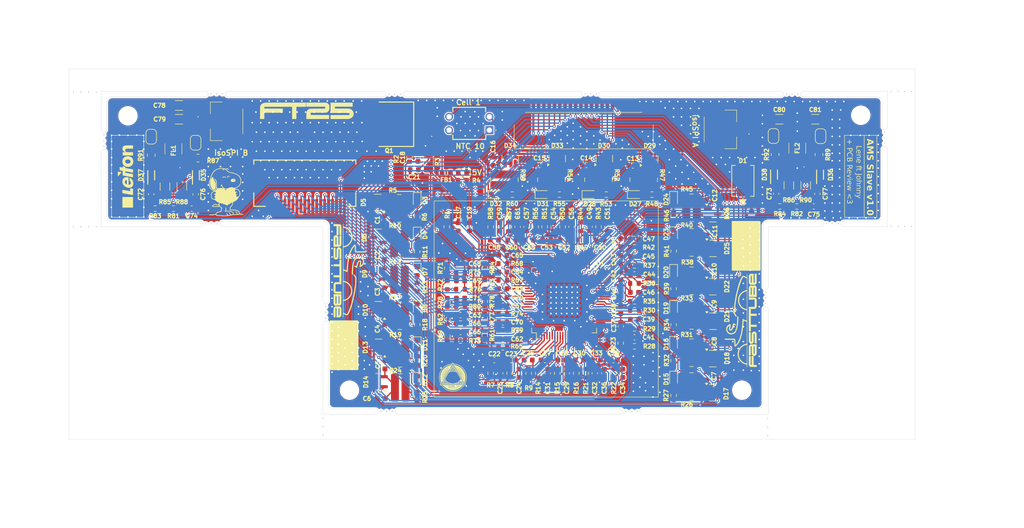
<source format=kicad_pcb>
(kicad_pcb
	(version 20240108)
	(generator "pcbnew")
	(generator_version "8.0")
	(general
		(thickness 1.6)
		(legacy_teardrops no)
	)
	(paper "A4")
	(layers
		(0 "F.Cu" signal)
		(1 "In1.Cu" signal)
		(2 "In2.Cu" signal)
		(31 "B.Cu" signal)
		(32 "B.Adhes" user "B.Adhesive")
		(33 "F.Adhes" user "F.Adhesive")
		(34 "B.Paste" user)
		(35 "F.Paste" user)
		(36 "B.SilkS" user "B.Silkscreen")
		(37 "F.SilkS" user "F.Silkscreen")
		(38 "B.Mask" user)
		(39 "F.Mask" user)
		(40 "Dwgs.User" user "User.Drawings")
		(41 "Cmts.User" user "User.Comments")
		(42 "Eco1.User" user "User.Eco1")
		(43 "Eco2.User" user "User.Eco2")
		(44 "Edge.Cuts" user)
		(45 "Margin" user)
		(46 "B.CrtYd" user "B.Courtyard")
		(47 "F.CrtYd" user "F.Courtyard")
		(48 "B.Fab" user)
		(49 "F.Fab" user)
		(50 "User.1" user)
		(51 "User.2" user)
		(52 "User.3" user)
		(53 "User.4" user)
		(54 "User.5" user)
		(55 "User.6" user)
		(56 "User.7" user)
		(57 "User.8" user)
		(58 "User.9" user)
	)
	(setup
		(stackup
			(layer "F.SilkS"
				(type "Top Silk Screen")
			)
			(layer "F.Paste"
				(type "Top Solder Paste")
			)
			(layer "F.Mask"
				(type "Top Solder Mask")
				(thickness 0.01)
			)
			(layer "F.Cu"
				(type "copper")
				(thickness 0.035)
			)
			(layer "dielectric 1"
				(type "prepreg")
				(thickness 0.1)
				(material "FR4")
				(epsilon_r 4.5)
				(loss_tangent 0.02)
			)
			(layer "In1.Cu"
				(type "copper")
				(thickness 0.035)
			)
			(layer "dielectric 2"
				(type "core")
				(thickness 1.24)
				(material "FR4")
				(epsilon_r 4.5)
				(loss_tangent 0.02)
			)
			(layer "In2.Cu"
				(type "copper")
				(thickness 0.035)
			)
			(layer "dielectric 3"
				(type "prepreg")
				(thickness 0.1)
				(material "FR4")
				(epsilon_r 4.5)
				(loss_tangent 0.02)
			)
			(layer "B.Cu"
				(type "copper")
				(thickness 0.035)
			)
			(layer "B.Mask"
				(type "Bottom Solder Mask")
				(thickness 0.01)
			)
			(layer "B.Paste"
				(type "Bottom Solder Paste")
			)
			(layer "B.SilkS"
				(type "Bottom Silk Screen")
			)
			(copper_finish "None")
			(dielectric_constraints no)
		)
		(pad_to_mask_clearance 0)
		(allow_soldermask_bridges_in_footprints no)
		(pcbplotparams
			(layerselection 0x00010fc_ffffffff)
			(plot_on_all_layers_selection 0x0000000_00000000)
			(disableapertmacros no)
			(usegerberextensions no)
			(usegerberattributes yes)
			(usegerberadvancedattributes yes)
			(creategerberjobfile no)
			(dashed_line_dash_ratio 12.000000)
			(dashed_line_gap_ratio 3.000000)
			(svgprecision 4)
			(plotframeref no)
			(viasonmask no)
			(mode 1)
			(useauxorigin yes)
			(hpglpennumber 1)
			(hpglpenspeed 20)
			(hpglpendiameter 15.000000)
			(pdf_front_fp_property_popups yes)
			(pdf_back_fp_property_popups yes)
			(dxfpolygonmode yes)
			(dxfimperialunits yes)
			(dxfusepcbnewfont yes)
			(psnegative no)
			(psa4output no)
			(plotreference yes)
			(plotvalue no)
			(plotfptext yes)
			(plotinvisibletext no)
			(sketchpadsonfab no)
			(subtractmaskfromsilk yes)
			(outputformat 1)
			(mirror no)
			(drillshape 0)
			(scaleselection 1)
			(outputdirectory "gerber/")
		)
	)
	(net 0 "")
	(net 1 "GND")
	(net 2 "Net-(U1-V+)")
	(net 3 "Net-(U1-DRIVE)")
	(net 4 "Net-(U1-VREF1)")
	(net 5 "+5V")
	(net 6 "/FilterBalancingNetwork/CB")
	(net 7 "/FilterBalancingNetwork/CB:A")
	(net 8 "/FilterBalancingNetwork/CA")
	(net 9 "/Cell 15{slash}16")
	(net 10 "/S16P")
	(net 11 "/S15P")
	(net 12 "/Cell 15{slash}14")
	(net 13 "/FilterBalancingNetwork1/CB:A")
	(net 14 "/FilterBalancingNetwork1/CB")
	(net 15 "/FilterBalancingNetwork1/CA")
	(net 16 "/S14P")
	(net 17 "/Cell 14{slash}13")
	(net 18 "/S13P")
	(net 19 "/Cell 13{slash}12")
	(net 20 "/FilterBalancingNetwork2/CB")
	(net 21 "/FilterBalancingNetwork2/CB:A")
	(net 22 "/FilterBalancingNetwork2/CA")
	(net 23 "/S12P")
	(net 24 "/Cell 12{slash}11")
	(net 25 "/S11P")
	(net 26 "/Cell 11{slash}10")
	(net 27 "/FilterBalancingNetwork3/CB")
	(net 28 "/FilterBalancingNetwork3/CB:A")
	(net 29 "/FilterBalancingNetwork3/CA")
	(net 30 "/Cell 10{slash}9")
	(net 31 "/S10P")
	(net 32 "/S9P")
	(net 33 "/Cell 9{slash}8")
	(net 34 "/FilterBalancingNetwork4/CB")
	(net 35 "/FilterBalancingNetwork4/CB:A")
	(net 36 "/FilterBalancingNetwork4/CA")
	(net 37 "/Cell 8{slash}7")
	(net 38 "/S8P")
	(net 39 "/Cell 7{slash}6")
	(net 40 "/S7P")
	(net 41 "/FilterBalancingNetwork5/CB:A")
	(net 42 "/FilterBalancingNetwork5/CB")
	(net 43 "/FilterBalancingNetwork5/CA")
	(net 44 "/Cell 6{slash}5")
	(net 45 "/S6P")
	(net 46 "/S5P")
	(net 47 "/Cell 5{slash}4")
	(net 48 "/FilterBalancingNetwork6/CB:A")
	(net 49 "/FilterBalancingNetwork6/CB")
	(net 50 "/FilterBalancingNetwork6/CA")
	(net 51 "/Cell 4{slash}3")
	(net 52 "/S4P")
	(net 53 "/S3P")
	(net 54 "/Cell 3{slash}2")
	(net 55 "/FilterBalancingNetwork7/CB")
	(net 56 "/FilterBalancingNetwork7/CB:A")
	(net 57 "/FilterBalancingNetwork7/CA")
	(net 58 "/Cell 2{slash}1")
	(net 59 "/S2P")
	(net 60 "/S1P")
	(net 61 "/NTC/V_out_1")
	(net 62 "/NTC/V_out_4")
	(net 63 "/NTC/V_out_7")
	(net 64 "/NTC/V_out_9")
	(net 65 "/NTC/V_out_2")
	(net 66 "/NTC/V_out_5")
	(net 67 "/NTC/V_out_10")
	(net 68 "/NTC/V_out_8")
	(net 69 "/NTC/V_out_3")
	(net 70 "/NTC/V_out_6")
	(net 71 "Clamp")
	(net 72 "/Cell 16")
	(net 73 "VBUS")
	(net 74 "+5V_NTC")
	(net 75 "unconnected-(U1-NC-Pad66)")
	(net 76 "/isoSPI/IPB")
	(net 77 "/isoSPI/IMA")
	(net 78 "/isoSPI/IMB")
	(net 79 "/isoSPI/IPA")
	(net 80 "Net-(C76-Pad2)")
	(net 81 "Net-(C77-Pad2)")
	(net 82 "Net-(J10-Pin_1)")
	(net 83 "Net-(JP1-B)")
	(net 84 "Net-(J10-Pin_2)")
	(net 85 "Net-(JP2-B)")
	(net 86 "Net-(JP3-B)")
	(net 87 "Net-(JP4-B)")
	(net 88 "Net-(D2-A)")
	(net 89 "Net-(D3-A)")
	(net 90 "Net-(D4-A)")
	(net 91 "Net-(D7-A)")
	(net 92 "Net-(D11-A)")
	(net 93 "Net-(D12-A)")
	(net 94 "/NTC/NTC2")
	(net 95 "/NTC/NTC3")
	(net 96 "/NTC/NTC1")
	(net 97 "/NTC/NTC6")
	(net 98 "/NTC/NTC4")
	(net 99 "/NTC/NTC5")
	(net 100 "/NTC/NTC9")
	(net 101 "/NTC/NTC7")
	(net 102 "/C2{slash}1_out")
	(net 103 "Net-(Q1-C)")
	(net 104 "Net-(D15-A)")
	(net 105 "Net-(D16-A)")
	(net 106 "Net-(D8-A)")
	(net 107 "Net-(D19-A)")
	(net 108 "Net-(D20-A)")
	(net 109 "Net-(D23-A)")
	(net 110 "Net-(D24-A)")
	(net 111 "Net-(D27-A)")
	(net 112 "Net-(D28-A)")
	(net 113 "Net-(D31-A)")
	(net 114 "Net-(D32-A)")
	(net 115 "Net-(D35-A2)")
	(net 116 "Net-(D36-A2)")
	(net 117 "Net-(D37-A2)")
	(net 118 "Net-(D38-A2)")
	(net 119 "Net-(JP1-A)")
	(net 120 "Net-(JP2-A)")
	(net 121 "Net-(JP3-A)")
	(net 122 "Net-(JP4-A)")
	(net 123 "Net-(Q1-E)")
	(net 124 "Net-(Q1-B)")
	(net 125 "/NTC/NTC8")
	(net 126 "NTC10_out")
	(net 127 "NTC10")
	(net 128 "Net-(J8-Pin_1)")
	(net 129 "Net-(J8-Pin_2)")
	(footprint "Capacitor_SMD:C_0603_1608Metric" (layer "F.Cu") (at 139.3 108.45 180))
	(footprint (layer "F.Cu") (at 86.25 74.75 90))
	(footprint "Resistor_SMD:R_0603_1608Metric" (layer "F.Cu") (at 161.6 121.9 90))
	(footprint (layer "F.Cu") (at 212.8 99.8 -90))
	(footprint "Resistor_SMD:R_0603_1608Metric" (layer "F.Cu") (at 139.3 119.45))
	(footprint (layer "F.Cu") (at 212.8 74.3 -90))
	(footprint "Capacitor_SMD:C_0603_1608Metric" (layer "F.Cu") (at 177.9 121.5 90))
	(footprint "Resistor_SMD:R_0603_1608Metric" (layer "F.Cu") (at 144.2 127.599999 90))
	(footprint (layer "F.Cu") (at 189.4 139.4))
	(footprint (layer "F.Cu") (at 215.3 74.3 -90))
	(footprint "Resistor_SMD:R_0603_1608Metric" (layer "F.Cu") (at 158.8625 93.8 180))
	(footprint "Capacitor_SMD:C_0603_1608Metric" (layer "F.Cu") (at 116.9 105.3 -90))
	(footprint "Package_TO_SOT_SMD:SOT-23" (layer "F.Cu") (at 167.1 87.1 90))
	(footprint "Resistor_SMD:R_0603_1608Metric" (layer "F.Cu") (at 146 127.600001 90))
	(footprint (layer "F.Cu") (at 61 74.4 -90))
	(footprint "Resistor_SMD:R_0603_1608Metric" (layer "F.Cu") (at 164.2 103.8 180))
	(footprint "LED_SMD:LED_0603_1608Metric" (layer "F.Cu") (at 123.1 108.299999 -90))
	(footprint "Capacitor_SMD:C_0603_1608Metric" (layer "F.Cu") (at 122.55 89.1 180))
	(footprint "Resistor_SMD:R_1206_3216Metric" (layer "F.Cu") (at 196.6 92.05 90))
	(footprint "Capacitor_SMD:C_0603_1608Metric" (layer "F.Cu") (at 131.3 110.1 180))
	(footprint "Resistor_SMD:R_0603_1608Metric" (layer "F.Cu") (at 139.3 116.4))
	(footprint (layer "F.Cu") (at 105.8 115 180))
	(footprint "Package_TO_SOT_SMD:SOT-23" (layer "F.Cu") (at 115.6625 95.3 180))
	(footprint (layer "F.Cu") (at 119.95 74.8 90))
	(footprint "FaSTTUBe_logos:FTLogo_small" (layer "F.Cu") (at 184.3 117.6 90))
	(footprint "Resistor_SMD:R_0603_1608Metric" (layer "F.Cu") (at 73.55 96.45))
	(footprint "LED_SMD:LED_0603_1608Metric" (layer "F.Cu") (at 123.1 122.2 -90))
	(footprint "Resistor_SMD:R_0603_1608Metric" (layer "F.Cu") (at 140.4 99.9 -90))
	(footprint "Slave:DLW43SH101XK2L" (layer "F.Cu") (at 77 85.15 90))
	(footprint "Capacitor_SMD:C_0603_1608Metric" (layer "F.Cu") (at 152.3 99.9 90))
	(footprint "Slave:Balancing" (layer "F.Cu") (at 119.8 117.25 180))
	(footprint "Resistor_SMD:R_0603_1608Metric" (layer "F.Cu") (at 137 127.600001 90))
	(footprint (layer "F.Cu") (at 63.85 83.65 180))
	(footprint "Capacitor_SMD:C_0603_1608Metric" (layer "F.Cu") (at 137.7 125.1))
	(footprint "Capacitor_SMD:C_0603_1608Metric" (layer "F.Cu") (at 139.3 117.95 180))
	(footprint (layer "F.Cu") (at 118.85 74.8 90))
	(footprint "Resistor_SMD:R_0805_2012Metric" (layer "F.Cu") (at 81.65 86.9 180))
	(footprint "Jumper:SolderJumper-2_P1.3mm_Open_RoundedPad1.0x1.5mm" (layer "F.Cu") (at 81.2 84 90))
	(footprint "Slave:illuminati"
		(layer "F.Cu")
		(uuid "20998059-b057-4418-a5aa-f14ac78fedf3")
		(at 129.85 128.3)
		(property "Reference" "G***"
			(at 0 0 0)
			(layer "F.SilkS")
			(hide yes)
			(uuid "c68e5fd3-f700-4bd4-adbc-031273388dcf")
			(effects
				(font
					(size 1.5 1.5)
					(thickness 0.3)
				)
			)
		)
		(property "Value" "LOGO"
			(at 0.75 0 0)
			(layer "F.SilkS")
			(hide yes)
			(uuid "b163ef90-926c-4520-99a5-733037a6fb85")
			(effects
				(font
					(size 1.5 1.5)
					(thickness 0.3)
				)
			)
		)
		(property "Footprint" "Slave:illuminati"
			(at 0 0 0)
			(unlocked yes)
			(layer "F.Fab")
			(hide yes)
			(uuid "eae945ba-a4b4-474b-be02-438478b87b73")
			(effects
				(font
					(size 1.27 1.27)
				)
			)
		)
		(property "Datasheet" ""
			(at 0 0 0)
			(unlocked yes)
			(layer "F.Fab")
			(hide yes)
			(uuid "835a0fba-1b8a-40be-bdf9-f68d04afb878")
			(effects
				(font
					(size 1.27 1.27)
				)
			)
		)
		(property "Description" ""
			(at 0 0 0)
			(unlocked yes)
			(layer "F.Fab")
			(hide yes)
			(uuid "fda524db-4989-4af9-b0b2-0d65e27e4270")
			(effects
				(font
					(size 1.27 1.27)
				)
			)
		)
		(attr board_only exclude_from_pos_files exclude_from_bom)
		(fp_poly
			(pts
				(xy 0.015257 -2.323511) (xy 0.032802 -2.309948) (xy 0.054677 -2.282902) (xy 0.083633 -2.23874) (xy 0.122424 -2.173829)
				(xy 0.144827 -2.135136) (xy 0.184172 -2.066749) (xy 0.234577 -1.979115) (xy 0.292375 -1.878608)
				(xy 0.353902 -1.771603) (xy 0.415491 -1.664475) (xy 0.450715 -1.603199) (xy 0.497831 -1.521262)
				(xy 0.557304 -1.417884) (xy 0.626736 -1.297229) (xy 0.703731 -1.163461) (xy 0.785891 -1.020746)
				(xy 0.870819 -0.873247) (xy 0.956118 -0.72513) (xy 1.03939 -0.580558) (xy 1.041863 -0.576265) (xy 1.126651 -0.429044)
				(xy 1.214854 -0.275837) (xy 1.303854 -0.121191) (xy 1.391034 0.030342) (xy 1.473778 0.174215) (xy 1.549469 0.305878)
				(xy 1.615489 0.42078) (xy 1.666582 0.509773) (xy 1.729795 0.619887) (xy 1.794142 0.731884) (xy 1.856537 0.840402)
				(xy 1.913894 0.940074) (xy 1.963127 1.025537) (xy 2.001151 1.091424) (xy 2.005114 1.09828) (xy 2.048651 1.176314)
				(xy 2.081925 1.241613) (xy 2.103083 1.290273) (xy 2.110275 1.318386) (xy 2.110155 1.31992) (xy 2.105585 1.352007)
				(xy 0.006207 1.355752) (xy -0.240544 1.356123) (xy -0.47919 1.356348) (xy -0.708062 1.356432) (xy -0.925489 1.356379)
				(xy -1.129801 1.356194) (xy -1.319329 1.355883) (xy -1.492402 1.355449) (xy -1.64735 1.354898) (xy -1.782502 1.354236)
				(xy -1.89619 1.353465) (xy -1.986743 1.352592) (xy -2.05249 1.351622) (xy -2.091762 1.350559) (xy -2.103071 1.349595)
				(xy -2.107384 1.345355) (xy -2.110881 1.340807) (xy -2.112884 1.334719) (xy -2.112717 1.325864)
				(xy -2.109702 1.313009) (xy -2.103163 1.294927) (xy -2.092423 1.270387) (xy -2.076804 1.238159)
				(xy -2.058726 1.20303) (xy -1.931669 1.20303) (xy -1.925999 1.226838) (xy -1.920873 1.233812) (xy -1.899205 1.246622)
				(xy -1.865495 1.254394) (xy -1.828712 1.256889) (xy -1.797828 1.253867) (xy -1.781812 1.24509) (xy -1.782729 1.237493)
				(xy -1.802481 1.210928) (xy -1.830938 1.178445) (xy -1.860567 1.147946) (xy -1.883833 1.127333)
				(xy -1.891913 1.122979) (xy -1.904231 1.13514) (xy -1.919778 1.164681) (xy -1.92089 1.16732) (xy -1.931669 1.20303)
				(xy -2.058726 1.20303) (xy -2.055629 1.197013) (xy -2.028222 1.145719) (xy -1.993905 1.083049) (xy -1.959506 1.021253)
				(xy -1.833869 1.021253) (xy -1.719666 1.138608) (xy -1.669257 1.18986) (xy -1.63343 1.223487) (xy -1.606319 1.2432)
				(xy -1.582058 1.25271) (xy -1.554781 1.255726) (xy -1.534145 1.255963) (xy -1.492848 1.253215) (xy -1.467102 1.246214)
				(xy -1.462827 1.241187) (xy -1.472715 1.226827) (xy -1.47576 1.226411) (xy -1.490267 1.216443) (xy -1.521301 1.189058)
				(xy -1.564795 1.14803) (xy -1.616679 1.097135) (xy -1.636957 1.076794) (xy -1.785221 0.927177) (xy -1.809545 0.974215)
				(xy -1.833869 1.021253) (xy -1.959506 1.021253) (xy -1.952001 1.007771) (xy -1.901833 0.918656)
				(xy -1.842724 0.814474) (xy -1.839402 0.80865) (xy -1.707721 0.80865) (xy -1.705985 0.830367) (xy -1.690788 0.856562)
				(xy -1.659024 0.895852) (xy -1.657792 0.897311) (xy -1.56788 0.995763) (xy -1.465409 1.091735) (xy -1.366783 1.173612)
				(xy -1.316287 1.212924) (xy -1.280133 1.237116) (xy -1.249807 1.249799) (xy -1.216794 1.254586)
				(xy -1.174694 1.255106) (xy -1.126195 1.254366) (xy -1.103185 1.251781) (xy -1.101602 1.245335)
				(xy -1.117382 1.233011) (xy -1.122753 1.22933) (xy -1.340444 1.06278) (xy -1.526233 0.887514) (xy -1.578129 0.833867)
				(xy -1.622467 0.788825) (xy -1.655404 0.756236) (xy -1.673092 0.739945) (xy -1.674927 0.738802)
				(xy -1.684014 0.750872) (xy -1.698015 0.780189) (xy -1.699106 0.782797) (xy -1.707721 0.80865) (xy -1.839402 0.80865)
				(xy -1.773997 0.693996) (xy -1.734649 0.625278) (xy -1.597776 0.625278) (xy -1.589692 0.645854)
				(xy -1.569064 0.675173) (xy -1.533197 0.718707) (xy -1.508886 0.747305) (xy -1.378401 0.88665) (xy -1.236927 1.009673)
				(xy -1.077379 1.122146) (xy -0.966945 1.188729) (xy -0.909752 1.220614) (xy -0.86747 1.240354) (xy -0.829584 1.250864)
				(xy -0.785577 1.255059) (xy -0.724933 1.255853) (xy -0.724764 1.255853) (xy -0.670316 1.254587)
				(xy -0.631333 1.251109) (xy -0.613633 1.246062) (xy -0.613944 1.243629) (xy -0.617971 1.241399)
				(xy 0.618085 1.241399) (xy 0.626156 1.24994) (xy 0.663025 1.254655) (xy 0.721659 1.255963) (xy 0.794005 1.253809)
				(xy 0.84711 1.246198) (xy 0.851378 1.244761) (xy 1.101589 1.244761) (xy 1.104165 1.251494) (xy 1.127718 1.254438)
				(xy 1.173352 1.255305) (xy 1.222674 1.253994) (xy 1.259391 1.246374) (xy 1.262337 1.244881) (xy 1.46529 1.244881)
				(xy 1.475588 1.251191) (xy 1.507319 1.255204) (xy 1.533516 1.255963) (xy 1.566239 1.255188) (xy 1.591808 1.25037)
				(xy 1.592948 1.249779) (xy 1.773124 1.249779) (xy 1.785769 1.256638) (xy 1.816849 1.257627) (xy 1.856085 1.253857)
				(xy 1.893197 1.246441) (xy 1.917905 1.236487) (xy 1.920873 1.233812) (xy 1.931668 1.211129) (xy 1.926011 1.180482)
				(xy 1.92089 1.16732) (xy 1.90539 1.136893) (xy 1.892625 1.123057) (xy 1.891964 1.122979) (xy 1.877849 1.132975)
				(xy 1.851931 1.157798) (xy 1.821473 1.189697) (xy 1.79374 1.220919) (xy 1.775995 1.243716) (xy 1.773124 1.249779)
				(xy 1.592948 1.249779) (xy 1.616123 1.237768) (xy 1.645082 1.213641) (xy 1.684587 1.174248) (xy 1.719076 1.1383
... [3043393 chars truncated]
</source>
